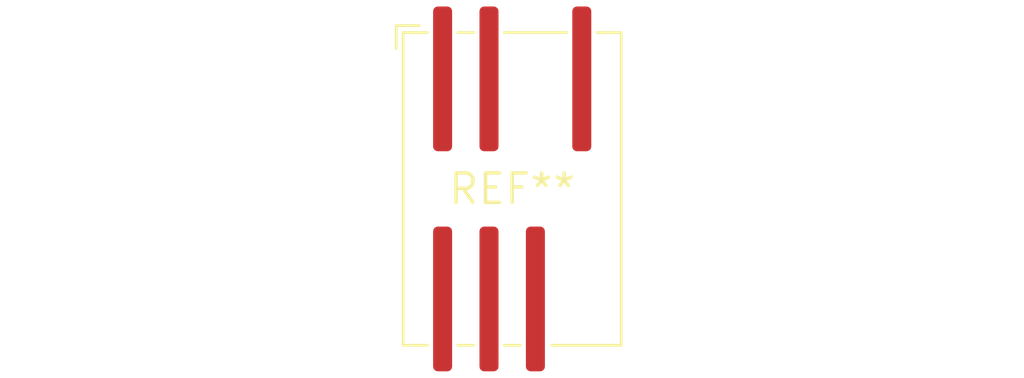
<source format=kicad_pcb>
(kicad_pcb (version 20240108) (generator pcbnew)
  (layers (0 "F.Cu" signal) (31 "B.Cu" signal) (34 "B.Paste" user) (35 "F.Paste" user) (36 "B.SilkS" user "B.Silkscreen") (37 "F.SilkS" user "F.Silkscreen") (38 "B.Mask" user) (39 "F.Mask" user) (44 "Edge.Cuts" user))
  (net 0 "")
  (footprint "Converter_DCDC_TRACO_TDN_5-xxxxWISM_SMD" (layer "F.Cu") (at 0 0)
    (property "Reference" "REF**")
    (property "Value" "Converter_DCDC_TRACO_TDN_5-xxxxWISM_SMD")
    (fp_line (start -5 -7.05) (end -4 -7.05) (layer "F.SilkS") (stroke (width 0.12)))
    (fp_line (start -5 -6.05) (end -5 -7.05) (layer "F.SilkS") (stroke (width 0.12)))
    (fp_line (start -4.7 -6.75) (end -3.65 -6.75) (layer "F.SilkS") (stroke (width 0.12)))
    (fp_line (start -4.7 6.75) (end -4.7 -6.75) (layer "F.SilkS") (stroke (width 0.12)))
    (fp_line (start -3.65 6.75) (end -4.7 6.75) (layer "F.SilkS") (stroke (width 0.12)))
    (fp_line (start -2.35 -6.75) (end -1.65 -6.75) (layer "F.SilkS") (stroke (width 0.12)))
    (fp_line (start -2.35 6.75) (end -1.65 6.75) (layer "F.SilkS") (stroke (width 0.12)))
    (fp_line (start -0.35 -6.75) (end 2.35 -6.75) (layer "F.SilkS") (stroke (width 0.12)))
    (fp_line (start -0.35 6.75) (end 0.35 6.75) (layer "F.SilkS") (stroke (width 0.12)))
    (fp_line (start 1.7 6.75) (end 4.7 6.75) (layer "F.SilkS") (stroke (width 0.12)))
    (fp_line (start 3.65 -6.75) (end 4.7 -6.75) (layer "F.SilkS") (stroke (width 0.12)))
    (fp_line (start 4.7 -6.75) (end 4.7 6.75) (layer "F.SilkS") (stroke (width 0.12)))
    (pad "1" smd roundrect (at -3 -4.75) (size 0.82 6.25) (layers "F.Cu" "F.Paste" "F.Mask"))
    (pad "2" smd roundrect (at -1 -4.75) (size 0.82 6.25) (layers "F.Cu" "F.Paste" "F.Mask"))
    (pad "4" smd roundrect (at 3 -4.75) (size 0.82 6.25) (layers "F.Cu" "F.Paste" "F.Mask"))
    (pad "5" smd roundrect (at -3 4.75) (size 0.82 6.25) (layers "F.Cu" "F.Paste" "F.Mask"))
    (pad "6" smd roundrect (at -1 4.75) (size 0.82 6.25) (layers "F.Cu" "F.Paste" "F.Mask"))
    (pad "7" smd roundrect (at 1 4.75) (size 0.82 6.25) (layers "F.Cu" "F.Paste" "F.Mask"))
  )
)
</source>
